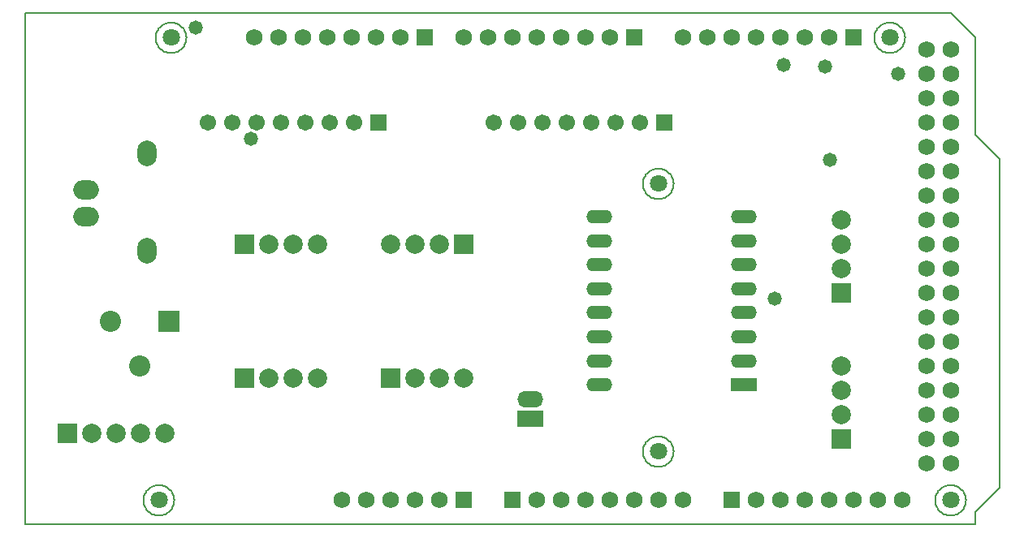
<source format=gts>
%FSTAX23Y23*%
%MOIN*%
%SFA1B1*%

%IPPOS*%
%ADD11C,0.005000*%
%ADD32C,0.067000*%
%ADD33R,0.067000X0.067000*%
%ADD34C,0.079000*%
%ADD35R,0.079000X0.079000*%
%ADD36R,0.106000X0.055000*%
%ADD37O,0.106000X0.055000*%
%ADD38C,0.068000*%
%ADD39R,0.087000X0.087000*%
%ADD40C,0.087000*%
%ADD41O,0.079000X0.106000*%
%ADD42O,0.106000X0.079000*%
%ADD43R,0.068000X0.068000*%
%ADD44R,0.079000X0.079000*%
%ADD45C,0.071000*%
%ADD46R,0.106000X0.067000*%
%ADD47O,0.106000X0.067000*%
%ADD48C,0.058000*%
%LNdrivecontroller-1*%
%LPD*%
G54D11*
X03863Y001D02*
D01*
X03862Y00104*
X03862Y00108*
X03861Y00113*
X0386Y00117*
X03859Y00121*
X03857Y00125*
X03855Y00129*
X03853Y00133*
X0385Y00137*
X03848Y0014*
X03845Y00143*
X03842Y00146*
X03838Y00149*
X03835Y00152*
X03831Y00154*
X03827Y00156*
X03823Y00158*
X03819Y00159*
X03815Y00161*
X0381Y00162*
X03806Y00162*
X03802Y00162*
X03797*
X03793Y00162*
X03789Y00162*
X03784Y00161*
X0378Y00159*
X03776Y00158*
X03772Y00156*
X03768Y00154*
X03764Y00152*
X03761Y00149*
X03757Y00146*
X03754Y00143*
X03751Y0014*
X03749Y00137*
X03746Y00133*
X03744Y00129*
X03742Y00125*
X0374Y00121*
X03739Y00117*
X03738Y00113*
X03737Y00108*
X03737Y00104*
X03737Y001*
X03737Y00095*
X03737Y00091*
X03738Y00086*
X03739Y00082*
X0374Y00078*
X03742Y00074*
X03744Y0007*
X03746Y00066*
X03749Y00062*
X03751Y00059*
X03754Y00056*
X03757Y00053*
X03761Y0005*
X03764Y00047*
X03768Y00045*
X03772Y00043*
X03776Y00041*
X0378Y0004*
X03784Y00038*
X03789Y00037*
X03793Y00037*
X03797Y00037*
X03802*
X03806Y00037*
X0381Y00037*
X03815Y00038*
X03819Y0004*
X03823Y00041*
X03827Y00043*
X03831Y00045*
X03835Y00047*
X03838Y0005*
X03842Y00053*
X03845Y00056*
X03848Y00059*
X0385Y00062*
X03853Y00066*
X03855Y0007*
X03857Y00074*
X03859Y00078*
X0386Y00082*
X03861Y00086*
X03862Y00091*
X03862Y00095*
X03863Y001*
X03613Y02D02*
D01*
X03612Y02004*
X03612Y02008*
X03611Y02013*
X0361Y02017*
X03609Y02021*
X03607Y02025*
X03605Y02029*
X03603Y02033*
X036Y02037*
X03598Y0204*
X03595Y02043*
X03592Y02046*
X03588Y02049*
X03585Y02052*
X03581Y02054*
X03577Y02056*
X03573Y02058*
X03569Y02059*
X03565Y02061*
X0356Y02062*
X03556Y02062*
X03552Y02062*
X03547*
X03543Y02062*
X03539Y02062*
X03534Y02061*
X0353Y02059*
X03526Y02058*
X03522Y02056*
X03518Y02054*
X03514Y02052*
X03511Y02049*
X03507Y02046*
X03504Y02043*
X03501Y0204*
X03499Y02037*
X03496Y02033*
X03494Y02029*
X03492Y02025*
X0349Y02021*
X03489Y02017*
X03488Y02013*
X03487Y02008*
X03487Y02004*
X03487Y02*
X03487Y01995*
X03487Y01991*
X03488Y01986*
X03489Y01982*
X0349Y01978*
X03492Y01974*
X03494Y0197*
X03496Y01966*
X03499Y01962*
X03501Y01959*
X03504Y01956*
X03507Y01953*
X03511Y0195*
X03514Y01947*
X03518Y01945*
X03522Y01943*
X03526Y01941*
X0353Y0194*
X03534Y01938*
X03539Y01937*
X03543Y01937*
X03547Y01937*
X03552*
X03556Y01937*
X0356Y01937*
X03565Y01938*
X03569Y0194*
X03573Y01941*
X03577Y01943*
X03581Y01945*
X03585Y01947*
X03588Y0195*
X03592Y01953*
X03595Y01956*
X03598Y01959*
X036Y01962*
X03603Y01966*
X03605Y0197*
X03607Y01974*
X03609Y01978*
X0361Y01982*
X03611Y01986*
X03612Y01991*
X03612Y01995*
X03613Y02*
X02663Y014D02*
D01*
X02662Y01404*
X02662Y01408*
X02661Y01413*
X0266Y01417*
X02659Y01421*
X02657Y01425*
X02655Y01429*
X02653Y01433*
X0265Y01437*
X02648Y0144*
X02645Y01443*
X02642Y01446*
X02638Y01449*
X02635Y01452*
X02631Y01454*
X02627Y01456*
X02623Y01458*
X02619Y01459*
X02615Y01461*
X0261Y01462*
X02606Y01462*
X02602Y01462*
X02597*
X02593Y01462*
X02589Y01462*
X02584Y01461*
X0258Y01459*
X02576Y01458*
X02572Y01456*
X02568Y01454*
X02564Y01452*
X02561Y01449*
X02557Y01446*
X02554Y01443*
X02551Y0144*
X02549Y01437*
X02546Y01433*
X02544Y01429*
X02542Y01425*
X0254Y01421*
X02539Y01417*
X02538Y01413*
X02537Y01408*
X02537Y01404*
X02537Y014*
X02537Y01395*
X02537Y01391*
X02538Y01386*
X02539Y01382*
X0254Y01378*
X02542Y01374*
X02544Y0137*
X02546Y01366*
X02549Y01362*
X02551Y01359*
X02554Y01356*
X02557Y01353*
X02561Y0135*
X02564Y01347*
X02568Y01345*
X02572Y01343*
X02576Y01341*
X0258Y0134*
X02584Y01338*
X02589Y01337*
X02593Y01337*
X02597Y01337*
X02602*
X02606Y01337*
X0261Y01337*
X02615Y01338*
X02619Y0134*
X02623Y01341*
X02627Y01343*
X02631Y01345*
X02635Y01347*
X02638Y0135*
X02642Y01353*
X02645Y01356*
X02648Y01359*
X0265Y01362*
X02653Y01366*
X02655Y0137*
X02657Y01374*
X02659Y01378*
X0266Y01382*
X02661Y01386*
X02662Y01391*
X02662Y01395*
X02663Y014*
X00613Y001D02*
D01*
X00612Y00104*
X00612Y00108*
X00611Y00113*
X0061Y00117*
X00609Y00121*
X00607Y00125*
X00605Y00129*
X00603Y00133*
X006Y00137*
X00598Y0014*
X00595Y00143*
X00592Y00146*
X00588Y00149*
X00585Y00152*
X00581Y00154*
X00577Y00156*
X00573Y00158*
X00569Y00159*
X00565Y00161*
X0056Y00162*
X00556Y00162*
X00552Y00162*
X00547*
X00543Y00162*
X00539Y00162*
X00534Y00161*
X0053Y00159*
X00526Y00158*
X00522Y00156*
X00518Y00154*
X00514Y00152*
X00511Y00149*
X00507Y00146*
X00504Y00143*
X00501Y0014*
X00499Y00137*
X00496Y00133*
X00494Y00129*
X00492Y00125*
X0049Y00121*
X00489Y00117*
X00488Y00113*
X00487Y00108*
X00487Y00104*
X00487Y001*
X00487Y00095*
X00487Y00091*
X00488Y00086*
X00489Y00082*
X0049Y00078*
X00492Y00074*
X00494Y0007*
X00496Y00066*
X00499Y00062*
X00501Y00059*
X00504Y00056*
X00507Y00053*
X00511Y0005*
X00514Y00047*
X00518Y00045*
X00522Y00043*
X00526Y00041*
X0053Y0004*
X00534Y00038*
X00539Y00037*
X00543Y00037*
X00547Y00037*
X00552*
X00556Y00037*
X0056Y00037*
X00565Y00038*
X00569Y0004*
X00573Y00041*
X00577Y00043*
X00581Y00045*
X00585Y00047*
X00588Y0005*
X00592Y00053*
X00595Y00056*
X00598Y00059*
X006Y00062*
X00603Y00066*
X00605Y0007*
X00607Y00074*
X00609Y00078*
X0061Y00082*
X00611Y00086*
X00612Y00091*
X00612Y00095*
X00613Y001*
X02663Y003D02*
D01*
X02662Y00304*
X02662Y00308*
X02661Y00313*
X0266Y00317*
X02659Y00321*
X02657Y00325*
X02655Y00329*
X02653Y00333*
X0265Y00337*
X02648Y0034*
X02645Y00343*
X02642Y00346*
X02638Y00349*
X02635Y00352*
X02631Y00354*
X02627Y00356*
X02623Y00358*
X02619Y00359*
X02615Y00361*
X0261Y00362*
X02606Y00362*
X02602Y00362*
X02597*
X02593Y00362*
X02589Y00362*
X02584Y00361*
X0258Y00359*
X02576Y00358*
X02572Y00356*
X02568Y00354*
X02564Y00352*
X02561Y00349*
X02557Y00346*
X02554Y00343*
X02551Y0034*
X02549Y00337*
X02546Y00333*
X02544Y00329*
X02542Y00325*
X0254Y00321*
X02539Y00317*
X02538Y00313*
X02537Y00308*
X02537Y00304*
X02537Y003*
X02537Y00295*
X02537Y00291*
X02538Y00286*
X02539Y00282*
X0254Y00278*
X02542Y00274*
X02544Y0027*
X02546Y00266*
X02549Y00262*
X02551Y00259*
X02554Y00256*
X02557Y00253*
X02561Y0025*
X02564Y00247*
X02568Y00245*
X02572Y00243*
X02576Y00241*
X0258Y0024*
X02584Y00238*
X02589Y00237*
X02593Y00237*
X02597Y00237*
X02602*
X02606Y00237*
X0261Y00237*
X02615Y00238*
X02619Y0024*
X02623Y00241*
X02627Y00243*
X02631Y00245*
X02635Y00247*
X02638Y0025*
X02642Y00253*
X02645Y00256*
X02648Y00259*
X0265Y00262*
X02653Y00266*
X02655Y0027*
X02657Y00274*
X02659Y00278*
X0266Y00282*
X02661Y00286*
X02662Y00291*
X02662Y00295*
X02663Y003*
X00663Y02D02*
D01*
X00662Y02004*
X00662Y02008*
X00661Y02013*
X0066Y02017*
X00659Y02021*
X00657Y02025*
X00655Y02029*
X00653Y02033*
X0065Y02037*
X00648Y0204*
X00645Y02043*
X00642Y02046*
X00638Y02049*
X00635Y02052*
X00631Y02054*
X00627Y02056*
X00623Y02058*
X00619Y02059*
X00615Y02061*
X0061Y02062*
X00606Y02062*
X00602Y02062*
X00597*
X00593Y02062*
X00589Y02062*
X00584Y02061*
X0058Y02059*
X00576Y02058*
X00572Y02056*
X00568Y02054*
X00564Y02052*
X00561Y02049*
X00557Y02046*
X00554Y02043*
X00551Y0204*
X00549Y02037*
X00546Y02033*
X00544Y02029*
X00542Y02025*
X0054Y02021*
X00539Y02017*
X00538Y02013*
X00537Y02008*
X00537Y02004*
X00537Y02*
X00537Y01995*
X00537Y01991*
X00538Y01986*
X00539Y01982*
X0054Y01978*
X00542Y01974*
X00544Y0197*
X00546Y01966*
X00549Y01962*
X00551Y01959*
X00554Y01956*
X00557Y01953*
X00561Y0195*
X00564Y01947*
X00568Y01945*
X00572Y01943*
X00576Y01941*
X0058Y0194*
X00584Y01938*
X00589Y01937*
X00593Y01937*
X00597Y01937*
X00602*
X00606Y01937*
X0061Y01937*
X00615Y01938*
X00619Y0194*
X00623Y01941*
X00627Y01943*
X00631Y01945*
X00635Y01947*
X00638Y0195*
X00642Y01953*
X00645Y01956*
X00648Y01959*
X0065Y01962*
X00653Y01966*
X00655Y0197*
X00657Y01974*
X00659Y01978*
X0066Y01982*
X00661Y01986*
X00662Y01991*
X00662Y01995*
X00663Y02*
X0Y0D02*
Y021D01*
X038*
X0Y0D02*
X039D01*
X038Y021D02*
X039Y02D01*
Y016D02*
Y02D01*
Y016D02*
X04Y015D01*
Y0015D02*
Y015D01*
X039Y0005D02*
X04Y0015D01*
X039Y0D02*
Y0005D01*
G54D32*
X01925Y0165D03*
X02025D03*
X02125D03*
X02225D03*
X02325D03*
X02425D03*
X02525D03*
X0075D03*
X0085D03*
X0095D03*
X0105D03*
X0115D03*
X0125D03*
X0135D03*
G54D33*
X02625Y0165D03*
X0145D03*
G54D34*
X0335Y0125D03*
Y0115D03*
Y0105D03*
Y0065D03*
Y0055D03*
Y0045D03*
X012Y0115D03*
X011D03*
X01D03*
X00275Y00375D03*
X00375D03*
X00475D03*
X00575D03*
X012Y006D03*
X011D03*
X01D03*
X018D03*
X017D03*
X016D03*
X015Y0115D03*
X016D03*
X017D03*
G54D35*
X0335Y0095D03*
Y0035D03*
G54D36*
X0295Y00575D03*
G54D37*
X0295Y00673D03*
Y00772D03*
Y0087D03*
Y00969D03*
Y01067D03*
Y01166D03*
Y01264D03*
X02359Y00575D03*
Y00673D03*
Y00772D03*
Y0087D03*
Y00969D03*
Y01067D03*
Y01166D03*
Y01264D03*
G54D38*
X038Y0195D03*
X037D03*
X038Y0185D03*
X037D03*
X038Y0175D03*
X037D03*
X038Y0165D03*
X037D03*
X038Y0155D03*
X037D03*
X038Y0145D03*
X037D03*
X038Y0135D03*
X037D03*
X038Y0125D03*
X037D03*
X038Y0115D03*
X037D03*
Y0105D03*
X038D03*
Y0095D03*
X037D03*
X038Y0085D03*
X037D03*
X038Y0075D03*
X037D03*
X038Y0065D03*
X037D03*
X038Y0055D03*
X037D03*
X038Y0045D03*
X037D03*
X038Y0035D03*
X037D03*
X038Y0025D03*
X037D03*
X023Y02D03*
X024D03*
X018D03*
X019D03*
X02D03*
X021D03*
X022D03*
X0144D03*
X0154D03*
X0094D03*
X0104D03*
X0114D03*
X0124D03*
X0134D03*
X017Y001D03*
X016D03*
X015D03*
X014D03*
X013D03*
X032Y02D03*
X033D03*
X027D03*
X028D03*
X029D03*
X03D03*
X031D03*
X022Y001D03*
X021D03*
X027D03*
X026D03*
X025D03*
X024D03*
X023D03*
X031D03*
X03D03*
X036D03*
X035D03*
X034D03*
X033D03*
X032D03*
G54D39*
X0059Y00835D03*
G54D40*
X0035Y00835D03*
X0047Y0065D03*
G54D41*
X005Y01525D03*
Y01125D03*
G54D42*
X0025Y01375D03*
Y01265D03*
G54D43*
X025Y02D03*
X0164D03*
X018Y001D03*
X034Y02D03*
X02Y001D03*
X029D03*
G54D44*
X009Y0115D03*
X00175Y00375D03*
X009Y006D03*
X015D03*
X018Y0115D03*
G54D45*
X0355Y02D03*
X038Y001D03*
X026Y003D03*
Y014D03*
X0055Y001D03*
X006Y02D03*
G54D46*
X02075Y00436D03*
G54D47*
X02075Y00514D03*
G54D48*
X03077Y00927D03*
X00702Y02041D03*
X03114Y01887D03*
X03305Y01498D03*
X03585Y0185D03*
X03283Y01883D03*
X00929Y01585D03*
M02*
</source>
